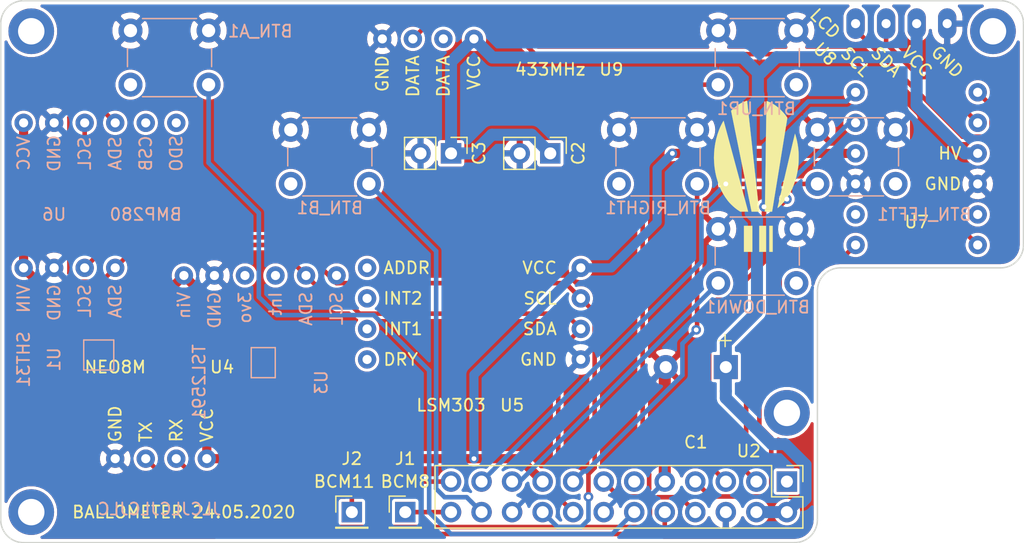
<source format=kicad_pcb>
(kicad_pcb (version 20171130) (host pcbnew "(5.1.5)-3")
  (layers (0 F.Cu signal) (31 B.Cu signal) (34 B.Paste user hide) (35 F.Paste user hide) (36 B.SilkS user) (37 F.SilkS user) (38 B.Mask user) (39 F.Mask user) (44 Edge.Cuts user))
  (net 0 "")
  (net 1 BTN_A)
  (net 2 GND)
  (net 3 BTN_B)
  (net 4 BTN_DOWN)
  (net 5 BTN_LEFT)
  (net 6 BTN_RIGHT)
  (net 7 BTN_UP)
  (net 8 5V)
  (net 9 3v3)
  (net 10 SCL_3)
  (net 11 SDA_3)
  (net 12 SDA_1)
  (net 13 SCL_1)
  (net 14 433MHz)
  (net 15 TX)
  (net 16 RX)
  (net 17 "Net-(U3-Pad3)")
  (net 18 "Net-(U3-Pad4)")
  (net 19 "Net-(U5-Pad5)")
  (net 20 "Net-(U5-Pad6)")
  (net 21 "Net-(U5-Pad7)")
  (net 22 "Net-(U5-Pad8)")
  (net 23 "Net-(U6-Pad5)")
  (net 24 "Net-(U6-Pad6)")
  (net 25 433MHz_5V)
  (net 26 SDA_1_5V)
  (net 27 SCL_1_5V)
  (net 28 "Net-(U9-Pad3)")
  (net 29 "Net-(J1-Pad1)")
  (net 30 "Net-(J2-Pad1)")
  (net 31 "Net-(U2-Pad1)")
  (net 32 "Net-(U2-Pad11)")
  (net 33 "Net-(U7-Pad8)")
  (net 34 "Net-(U7-Pad5)")
  (module ballometer-parts:Level_Shifter (layer F.Cu) (at 176.53 121.92)
    (fp_text reference U7 (at 5.08 10.795) (layer F.SilkS))
    (fp_text value Level_Shifter)
    (fp_text user GND (at 8.89 7.62) (layer F.SilkS) (effects (justify right)))
    (fp_text user HV (at 8.89 5.08) (layer F.SilkS) (effects (justify right)))
    (pad 12 thru_hole circle (at 10.16 0) (size 1.524 1.524) (drill 0.762) (layers *.Cu *.Mask) (net 27 SCL_1_5V))
    (pad 11 thru_hole circle (at 10.16 2.54) (size 1.524 1.524) (drill 0.762) (layers *.Cu *.Mask) (net 26 SDA_1_5V))
    (pad 10 thru_hole circle (at 10.16 5.08) (size 1.524 1.524) (drill 0.762) (layers *.Cu *.Mask) (net 8 5V))
    (pad 9 thru_hole circle (at 10.16 7.62) (size 1.524 1.524) (drill 0.762) (layers *.Cu *.Mask) (net 2 GND))
    (pad 8 thru_hole circle (at 10.16 10.16) (size 1.524 1.524) (drill 0.762) (layers *.Cu *.Mask) (net 33 "Net-(U7-Pad8)"))
    (pad 7 thru_hole circle (at 10.16 12.7) (size 1.524 1.524) (drill 0.762) (layers *.Cu *.Mask) (net 25 433MHz_5V))
    (pad 6 thru_hole circle (at 0 12.7) (size 1.524 1.524) (drill 0.762) (layers *.Cu *.Mask) (net 14 433MHz))
    (pad 5 thru_hole circle (at 0 10.16) (size 1.524 1.524) (drill 0.762) (layers *.Cu *.Mask) (net 34 "Net-(U7-Pad5)"))
    (pad 4 thru_hole circle (at 0 7.62) (size 1.524 1.524) (drill 0.762) (layers *.Cu *.Mask) (net 2 GND))
    (pad 3 thru_hole circle (at 0 5.08) (size 1.524 1.524) (drill 0.762) (layers *.Cu *.Mask) (net 9 3v3))
    (pad 2 thru_hole circle (at 0 2.54) (size 1.524 1.524) (drill 0.762) (layers *.Cu *.Mask) (net 12 SDA_1))
    (pad 1 thru_hole circle (at 0 0) (size 1.524 1.524) (drill 0.762) (layers *.Cu *.Mask) (net 13 SCL_1))
  )
  (module ballometer-parts:TLS2591 (layer B.Cu) (at 120.65 137.16 270)
    (fp_text reference U3 (at 8.89 -11.43 90) (layer B.SilkS) (effects (justify mirror)))
    (fp_text value TSL2591)
    (fp_text user TSL2591 (at 8.89 -1.27 90) (layer B.SilkS) (effects (justify mirror)))
    (fp_text user SCL (at 1.27 -12.7 90) (layer B.SilkS) (effects (justify left mirror)))
    (fp_text user SDA (at 1.27 -10.16 90) (layer B.SilkS) (effects (justify left mirror)))
    (fp_text user Int (at 1.27 -7.62 90) (layer B.SilkS) (effects (justify left mirror)))
    (fp_text user 3vo (at 1.27 -5.08 90) (layer B.SilkS) (effects (justify left mirror)))
    (fp_text user GND (at 1.27 -2.54 90) (layer B.SilkS) (effects (justify left mirror)))
    (fp_text user Vin (at 1.27 0 90) (layer B.SilkS) (effects (justify left mirror)))
    (pad 6 thru_hole circle (at 0 -12.7 270) (size 1.524 1.524) (drill 0.762) (layers *.Cu *.Mask) (net 10 SCL_3))
    (pad 5 thru_hole circle (at 0 -10.16 270) (size 1.524 1.524) (drill 0.762) (layers *.Cu *.Mask) (net 11 SDA_3))
    (pad 4 thru_hole circle (at 0 -7.62 270) (size 1.524 1.524) (drill 0.762) (layers *.Cu *.Mask) (net 18 "Net-(U3-Pad4)"))
    (pad 3 thru_hole circle (at 0 -5.08 270) (size 1.524 1.524) (drill 0.762) (layers *.Cu *.Mask) (net 17 "Net-(U3-Pad3)"))
    (pad 2 thru_hole circle (at 0 -2.54 270) (size 1.524 1.524) (drill 0.762) (layers *.Cu *.Mask) (net 2 GND))
    (pad 1 thru_hole circle (at 0 0 270) (size 1.524 1.524) (drill 0.762) (layers *.Cu *.Mask) (net 9 3v3))
  )
  (module Capacitor_THT:CP_Radial_D10.0mm_P5.00mm (layer F.Cu) (at 165.735 144.78 180)
    (fp_text reference C1 (at 2.5 -6.25 180) (layer F.SilkS))
    (fp_text value CP)
    (pad 1 thru_hole rect (at 0 0 180) (size 2 2) (drill 1) (layers *.Cu *.Mask) (net 8 5V))
    (pad 2 thru_hole circle (at 5 0 180) (size 2 2) (drill 1) (layers *.Cu *.Mask) (net 2 GND))
  )
  (module ballometer-parts:logo-12-mm (layer F.Cu) (at 168.275 128.905)
    (fp_text reference G*** hide)
    (fp_text value LOGO hide)
  )
  (module Connector_PinHeader_2.54mm:PinHeader_2x12_P2.54mm_Vertical (layer F.Cu) (at 170.815 154.305 270)
    (fp_text reference U2 (at -2.54 3.175 180) (layer F.SilkS))
    (fp_text value RPi)
    (pad 24 thru_hole oval (at 2.54 27.94 270) (size 1.7 1.7) (drill 1) (layers *.Cu *.Mask) (net 29 "Net-(J1-Pad1)"))
    (pad 23 thru_hole oval (at 0 27.94 270) (size 1.7 1.7) (drill 1) (layers *.Cu *.Mask) (net 30 "Net-(J2-Pad1)"))
    (pad 22 thru_hole oval (at 2.54 25.4 270) (size 1.7 1.7) (drill 1) (layers *.Cu *.Mask) (net 3 BTN_B))
    (pad 21 thru_hole oval (at 0 25.4 270) (size 1.7 1.7) (drill 1) (layers *.Cu *.Mask) (net 5 BTN_LEFT))
    (pad 20 thru_hole oval (at 2.54 22.86 270) (size 1.7 1.7) (drill 1) (layers *.Cu *.Mask) (net 2 GND))
    (pad 19 thru_hole oval (at 0 22.86 270) (size 1.7 1.7) (drill 1) (layers *.Cu *.Mask) (net 4 BTN_DOWN))
    (pad 18 thru_hole oval (at 2.54 20.32 270) (size 1.7 1.7) (drill 1) (layers *.Cu *.Mask) (net 10 SCL_3))
    (pad 17 thru_hole oval (at 0 20.32 270) (size 1.7 1.7) (drill 1) (layers *.Cu *.Mask) (net 9 3v3))
    (pad 16 thru_hole oval (at 2.54 17.78 270) (size 1.7 1.7) (drill 1) (layers *.Cu *.Mask) (net 11 SDA_3))
    (pad 15 thru_hole oval (at 0 17.78 270) (size 1.7 1.7) (drill 1) (layers *.Cu *.Mask) (net 6 BTN_RIGHT))
    (pad 14 thru_hole oval (at 2.54 15.24 270) (size 1.7 1.7) (drill 1) (layers *.Cu *.Mask) (net 2 GND))
    (pad 13 thru_hole oval (at 0 15.24 270) (size 1.7 1.7) (drill 1) (layers *.Cu *.Mask) (net 7 BTN_UP))
    (pad 12 thru_hole oval (at 2.54 12.7 270) (size 1.7 1.7) (drill 1) (layers *.Cu *.Mask) (net 1 BTN_A))
    (pad 11 thru_hole oval (at 0 12.7 270) (size 1.7 1.7) (drill 1) (layers *.Cu *.Mask) (net 32 "Net-(U2-Pad11)"))
    (pad 10 thru_hole oval (at 2.54 10.16 270) (size 1.7 1.7) (drill 1) (layers *.Cu *.Mask) (net 15 TX))
    (pad 9 thru_hole oval (at 0 10.16 270) (size 1.7 1.7) (drill 1) (layers *.Cu *.Mask) (net 2 GND))
    (pad 8 thru_hole oval (at 2.54 7.62 270) (size 1.7 1.7) (drill 1) (layers *.Cu *.Mask) (net 16 RX))
    (pad 7 thru_hole oval (at 0 7.62 270) (size 1.7 1.7) (drill 1) (layers *.Cu *.Mask) (net 14 433MHz))
    (pad 6 thru_hole oval (at 2.54 5.08 270) (size 1.7 1.7) (drill 1) (layers *.Cu *.Mask) (net 2 GND))
    (pad 5 thru_hole oval (at 0 5.08 270) (size 1.7 1.7) (drill 1) (layers *.Cu *.Mask) (net 13 SCL_1))
    (pad 4 thru_hole oval (at 2.54 2.54 270) (size 1.7 1.7) (drill 1) (layers *.Cu *.Mask) (net 8 5V))
    (pad 3 thru_hole oval (at 0 2.54 270) (size 1.7 1.7) (drill 1) (layers *.Cu *.Mask) (net 12 SDA_1))
    (pad 2 thru_hole oval (at 2.54 0 270) (size 1.7 1.7) (drill 1) (layers *.Cu *.Mask) (net 8 5V))
    (pad 1 thru_hole rect (at 0 0 270) (size 1.7 1.7) (drill 1) (layers *.Cu *.Mask) (net 31 "Net-(U2-Pad1)"))
  )
  (module Button_Switch_THT:SW_PUSH_6mm_H4.3mm (layer B.Cu) (at 165.1 137.795)
    (fp_text reference BTN_DOWN1 (at 3.25 2) (layer B.SilkS) (effects (justify mirror)))
    (fp_text value SW_SPST)
    (pad 1 thru_hole circle (at 6.5 0 270) (size 2 2) (drill 1.1) (layers *.Cu *.Mask) (net 4 BTN_DOWN))
    (pad 2 thru_hole circle (at 6.5 -4.5 270) (size 2 2) (drill 1.1) (layers *.Cu *.Mask) (net 2 GND))
    (pad 1 thru_hole circle (at 0 0 270) (size 2 2) (drill 1.1) (layers *.Cu *.Mask) (net 4 BTN_DOWN))
    (pad 2 thru_hole circle (at 0 -4.5 270) (size 2 2) (drill 1.1) (layers *.Cu *.Mask) (net 2 GND))
  )
  (module ballometer-parts:LSM303 (layer F.Cu) (at 153.67 144.145 180)
    (fp_text reference U5 (at 5.715 -3.81) (layer F.SilkS))
    (fp_text value LSM303)
    (fp_text user LSM303 (at 10.795 -3.81) (layer F.SilkS))
    (fp_text user ADDR (at 16.51 7.62) (layer F.SilkS) (effects (justify left)))
    (fp_text user INT2 (at 16.51 5.08) (layer F.SilkS) (effects (justify left)))
    (fp_text user INT1 (at 16.51 2.54) (layer F.SilkS) (effects (justify left)))
    (fp_text user DRY (at 16.51 0) (layer F.SilkS) (effects (justify left)))
    (fp_text user VCC (at 1.905 7.62) (layer F.SilkS) (effects (justify right)))
    (fp_text user SCL (at 1.905 5.08) (layer F.SilkS) (effects (justify right)))
    (fp_text user SDA (at 1.905 2.54) (layer F.SilkS) (effects (justify right)))
    (fp_text user GND (at 1.905 0) (layer F.SilkS) (effects (justify right)))
    (pad 8 thru_hole circle (at 17.78 0 180) (size 1.524 1.524) (drill 0.762) (layers *.Cu *.Mask) (net 22 "Net-(U5-Pad8)"))
    (pad 7 thru_hole circle (at 17.78 2.54 180) (size 1.524 1.524) (drill 0.762) (layers *.Cu *.Mask) (net 21 "Net-(U5-Pad7)"))
    (pad 6 thru_hole circle (at 17.78 5.08 180) (size 1.524 1.524) (drill 0.762) (layers *.Cu *.Mask) (net 20 "Net-(U5-Pad6)"))
    (pad 5 thru_hole circle (at 17.78 7.62 180) (size 1.524 1.524) (drill 0.762) (layers *.Cu *.Mask) (net 19 "Net-(U5-Pad5)"))
    (pad 4 thru_hole circle (at 0 7.62 180) (size 1.524 1.524) (drill 0.762) (layers *.Cu *.Mask) (net 9 3v3))
    (pad 3 thru_hole circle (at 0 5.08 180) (size 1.524 1.524) (drill 0.762) (layers *.Cu *.Mask) (net 10 SCL_3))
    (pad 2 thru_hole circle (at 0 2.54 180) (size 1.524 1.524) (drill 0.762) (layers *.Cu *.Mask) (net 11 SDA_3))
    (pad 1 thru_hole circle (at 0 0 180) (size 1.524 1.524) (drill 0.762) (layers *.Cu *.Mask) (net 2 GND))
  )
  (module Connector_PinHeader_2.54mm:PinHeader_1x01_P2.54mm_Vertical (layer F.Cu) (at 134.62 156.845)
    (fp_text reference J2 (at 0 -4.445 180) (layer F.SilkS))
    (fp_text value Conn_01x01)
    (pad 1 thru_hole rect (at 0 0) (size 1.7 1.7) (drill 1) (layers *.Cu *.Mask) (net 30 "Net-(J2-Pad1)"))
  )
  (module ballometer-parts:NEO8M (layer F.Cu) (at 122.555 152.4 90)
    (fp_text reference U4 (at 7.62 1.27 180) (layer F.SilkS))
    (fp_text value NEO8M)
    (fp_text user NEO8M (at 7.62 -7.62 180) (layer F.SilkS))
    (fp_text user VCC (at 1.27 0 90) (layer F.SilkS) (effects (justify left)))
    (fp_text user RX (at 1.27 -2.54 90) (layer F.SilkS) (effects (justify left)))
    (fp_text user TX (at 1.27 -5.08 90) (layer F.SilkS) (effects (justify left)))
    (fp_text user GND (at 1.27 -7.62 90) (layer F.SilkS) (effects (justify left)))
    (pad 1 thru_hole circle (at 0 0 90) (size 1.524 1.524) (drill 0.762) (layers *.Cu *.Mask) (net 9 3v3))
    (pad 2 thru_hole circle (at 0 -2.54 90) (size 1.524 1.524) (drill 0.762) (layers *.Cu *.Mask) (net 16 RX))
    (pad 3 thru_hole circle (at 0 -5.08 90) (size 1.524 1.524) (drill 0.762) (layers *.Cu *.Mask) (net 15 TX))
    (pad 4 thru_hole circle (at 0 -7.62 90) (size 1.524 1.524) (drill 0.762) (layers *.Cu *.Mask) (net 2 GND))
  )
  (module ballometer-parts:SHT31 (layer B.Cu) (at 107.315 136.525 270)
    (fp_text reference U1 (at 7.62 -2.54 90) (layer B.SilkS) (effects (justify mirror)))
    (fp_text value SHT31)
    (fp_text user SHT31 (at 7.62 0 90) (layer B.SilkS) (effects (justify mirror)))
    (fp_text user SDA (at 1.27 -7.62 90) (layer B.SilkS) (effects (justify left mirror)))
    (fp_text user SCL (at 1.27 -5.08 90) (layer B.SilkS) (effects (justify left mirror)))
    (fp_text user GND (at 1.27 -2.54 90) (layer B.SilkS) (effects (justify left mirror)))
    (fp_text user VIN (at 1.27 0 90) (layer B.SilkS) (effects (justify left mirror)))
    (pad 4 thru_hole circle (at 0 -7.62 270) (size 1.524 1.524) (drill 0.762) (layers *.Cu *.Mask) (net 11 SDA_3))
    (pad 3 thru_hole circle (at 0 -5.08 270) (size 1.524 1.524) (drill 0.762) (layers *.Cu *.Mask) (net 10 SCL_3))
    (pad 2 thru_hole circle (at 0 -2.54 270) (size 1.524 1.524) (drill 0.762) (layers *.Cu *.Mask) (net 2 GND))
    (pad 1 thru_hole circle (at 0 0 270) (size 1.524 1.524) (drill 0.762) (layers *.Cu *.Mask) (net 9 3v3))
  )
  (module ballometer-parts:BMP280 (layer B.Cu) (at 107.315 124.46 270)
    (fp_text reference U6 (at 7.62 -2.54 180) (layer B.SilkS) (effects (justify mirror)))
    (fp_text value BMP280)
    (fp_text user BMP280 (at 7.62 -10.16 180) (layer B.SilkS) (effects (justify mirror)))
    (fp_text user SDO (at 2.54 -12.7 90) (layer B.SilkS) (effects (justify mirror)))
    (fp_text user CSB (at 2.54 -10.16 90) (layer B.SilkS) (effects (justify mirror)))
    (fp_text user SDA (at 2.54 -7.62 90) (layer B.SilkS) (effects (justify mirror)))
    (fp_text user SCL (at 2.54 -5.08 90) (layer B.SilkS) (effects (justify mirror)))
    (fp_text user GND (at 2.54 -2.54 90) (layer B.SilkS) (effects (justify mirror)))
    (fp_text user VCC (at 2.54 0 90) (layer B.SilkS) (effects (justify mirror)))
    (pad 6 thru_hole circle (at 0 -12.7 270) (size 1.524 1.524) (drill 0.762) (layers *.Cu *.Mask) (net 24 "Net-(U6-Pad6)"))
    (pad 5 thru_hole circle (at 0 -10.16 270) (size 1.524 1.524) (drill 0.762) (layers *.Cu *.Mask) (net 23 "Net-(U6-Pad5)"))
    (pad 4 thru_hole circle (at 0 -7.62 270) (size 1.524 1.524) (drill 0.762) (layers *.Cu *.Mask) (net 11 SDA_3))
    (pad 3 thru_hole circle (at 0 -5.08 270) (size 1.524 1.524) (drill 0.762) (layers *.Cu *.Mask) (net 10 SCL_3))
    (pad 2 thru_hole circle (at 0 -2.54 270) (size 1.524 1.524) (drill 0.762) (layers *.Cu *.Mask) (net 2 GND))
    (pad 1 thru_hole circle (at 0 0 270) (size 1.524 1.524) (drill 0.762) (layers *.Cu *.Mask) (net 9 3v3))
  )
  (module ballometer-parts:433MHz (layer F.Cu) (at 137.16 117.475 90)
    (fp_text reference U9 (at -2.54 19.05 180) (layer F.SilkS))
    (fp_text value 433MHz)
    (fp_text user 433MHz (at -2.54 13.97 180) (layer F.SilkS))
    (fp_text user VCC (at -1.27 7.62 90) (layer F.SilkS) (effects (justify right)))
    (fp_text user DATA (at -1.27 5.08 90) (layer F.SilkS) (effects (justify right)))
    (fp_text user DATA (at -1.27 2.54 90) (layer F.SilkS) (effects (justify right)))
    (fp_text user GND (at -1.27 0 90) (layer F.SilkS) (effects (justify right)))
    (pad 4 thru_hole circle (at 0 7.62 90) (size 1.524 1.524) (drill 0.762) (layers *.Cu *.Mask) (net 8 5V))
    (pad 3 thru_hole circle (at 0 5.08 90) (size 1.524 1.524) (drill 0.762) (layers *.Cu *.Mask) (net 28 "Net-(U9-Pad3)"))
    (pad 2 thru_hole circle (at 0 2.54 90) (size 1.524 1.524) (drill 0.762) (layers *.Cu *.Mask) (net 25 433MHz_5V))
    (pad 1 thru_hole circle (at 0 0 90) (size 1.524 1.524) (drill 0.762) (layers *.Cu *.Mask) (net 2 GND))
  )
  (module MountingHole:MountingHole_2.2mm_M2_DIN965_Pad (layer F.Cu) (at 170.815 148.59)
    (fp_text reference REF** hide)
    (fp_text value MountingHole_2.2mm_M2_DIN965_Pad)
    (pad "" thru_hole circle (at 0 0) (size 3.8 3.8) (drill 2.2) (layers *.Cu *.Mask))
  )
  (module MountingHole:MountingHole_2.2mm_M2_DIN965_Pad (layer F.Cu) (at 107.95 156.845)
    (fp_text reference REF** hide)
    (fp_text value MountingHole_2.2mm_M2_DIN965_Pad)
    (pad "" thru_hole circle (at 0 0) (size 3.8 3.8) (drill 2.2) (layers *.Cu *.Mask))
  )
  (module MountingHole:MountingHole_2.2mm_M2_DIN965_Pad (layer F.Cu) (at 187.96 116.84)
    (fp_text reference REF** hide)
    (fp_text value MountingHole_2.2mm_M2_DIN965_Pad)
    (pad "" thru_hole circle (at 0 0) (size 3.8 3.8) (drill 2.2) (layers *.Cu *.Mask))
  )
  (module MountingHole:MountingHole_2.2mm_M2_DIN965_Pad (layer F.Cu) (at 107.95 116.84)
    (fp_text reference REF** hide)
    (fp_text value MountingHole_2.2mm_M2_DIN965_Pad)
    (pad "" thru_hole circle (at 0 0) (size 3.8 3.8) (drill 2.2) (layers *.Cu *.Mask))
  )
  (module Button_Switch_THT:SW_PUSH_6mm_H4.3mm (layer B.Cu) (at 173.355 129.54)
    (fp_text reference BTN_LEFT1 (at 8.89 2.54) (layer B.SilkS) (effects (justify mirror)))
    (fp_text value SW_SPST)
    (pad 2 thru_hole circle (at 0 -4.5 270) (size 2 2) (drill 1.1) (layers *.Cu *.Mask) (net 2 GND))
    (pad 1 thru_hole circle (at 0 0 270) (size 2 2) (drill 1.1) (layers *.Cu *.Mask) (net 5 BTN_LEFT))
    (pad 2 thru_hole circle (at 6.5 -4.5 270) (size 2 2) (drill 1.1) (layers *.Cu *.Mask) (net 2 GND))
    (pad 1 thru_hole circle (at 6.5 0 270) (size 2 2) (drill 1.1) (layers *.Cu *.Mask) (net 5 BTN_LEFT))
  )
  (module Button_Switch_THT:SW_PUSH_6mm_H4.3mm (layer B.Cu) (at 116.205 121.285)
    (fp_text reference BTN_A1 (at 10.795 -4.445) (layer B.SilkS) (effects (justify mirror)))
    (fp_text value SW_SPST)
    (pad 1 thru_hole circle (at 6.5 0 270) (size 2 2) (drill 1.1) (layers *.Cu *.Mask) (net 1 BTN_A))
    (pad 2 thru_hole circle (at 6.5 -4.5 270) (size 2 2) (drill 1.1) (layers *.Cu *.Mask) (net 2 GND))
    (pad 1 thru_hole circle (at 0 0 270) (size 2 2) (drill 1.1) (layers *.Cu *.Mask) (net 1 BTN_A))
    (pad 2 thru_hole circle (at 0 -4.5 270) (size 2 2) (drill 1.1) (layers *.Cu *.Mask) (net 2 GND))
  )
  (module Button_Switch_THT:SW_PUSH_6mm_H4.3mm (layer B.Cu) (at 129.54 129.54)
    (fp_text reference BTN_B1 (at 3.25 2) (layer B.SilkS) (effects (justify mirror)))
    (fp_text value SW_SPST)
    (pad 2 thru_hole circle (at 0 -4.5 270) (size 2 2) (drill 1.1) (layers *.Cu *.Mask) (net 2 GND))
    (pad 1 thru_hole circle (at 0 0 270) (size 2 2) (drill 1.1) (layers *.Cu *.Mask) (net 3 BTN_B))
    (pad 2 thru_hole circle (at 6.5 -4.5 270) (size 2 2) (drill 1.1) (layers *.Cu *.Mask) (net 2 GND))
    (pad 1 thru_hole circle (at 6.5 0 270) (size 2 2) (drill 1.1) (layers *.Cu *.Mask) (net 3 BTN_B))
  )
  (module Button_Switch_THT:SW_PUSH_6mm_H4.3mm (layer B.Cu) (at 156.845 129.54)
    (fp_text reference BTN_RIGHT1 (at 3.25 2) (layer B.SilkS) (effects (justify mirror)))
    (fp_text value SW_SPST)
    (pad 2 thru_hole circle (at 0 -4.5 270) (size 2 2) (drill 1.1) (layers *.Cu *.Mask) (net 2 GND))
    (pad 1 thru_hole circle (at 0 0 270) (size 2 2) (drill 1.1) (layers *.Cu *.Mask) (net 6 BTN_RIGHT))
    (pad 2 thru_hole circle (at 6.5 -4.5 270) (size 2 2) (drill 1.1) (layers *.Cu *.Mask) (net 2 GND))
    (pad 1 thru_hole circle (at 6.5 0 270) (size 2 2) (drill 1.1) (layers *.Cu *.Mask) (net 6 BTN_RIGHT))
  )
  (module Button_Switch_THT:SW_PUSH_6mm_H4.3mm (layer B.Cu) (at 165.1 121.285)
    (fp_text reference BTN_UP1 (at 3.175 2) (layer B.SilkS) (effects (justify mirror)))
    (fp_text value SW_SPST)
    (pad 1 thru_hole circle (at 6.5 0 270) (size 2 2) (drill 1.1) (layers *.Cu *.Mask) (net 7 BTN_UP))
    (pad 2 thru_hole circle (at 6.5 -4.5 270) (size 2 2) (drill 1.1) (layers *.Cu *.Mask) (net 2 GND))
    (pad 1 thru_hole circle (at 0 0 270) (size 2 2) (drill 1.1) (layers *.Cu *.Mask) (net 7 BTN_UP))
    (pad 2 thru_hole circle (at 0 -4.5 270) (size 2 2) (drill 1.1) (layers *.Cu *.Mask) (net 2 GND))
  )
  (module Connector_PinHeader_2.54mm:PinHeader_1x02_P2.54mm_Vertical (layer F.Cu) (at 151.13 127 270)
    (fp_text reference C2 (at 0 -2.33 90) (layer F.SilkS))
    (fp_text value CP)
    (pad 1 thru_hole rect (at 0 0 270) (size 1.7 1.7) (drill 1) (layers *.Cu *.Mask) (net 8 5V))
    (pad 2 thru_hole oval (at 0 2.54 270) (size 1.7 1.7) (drill 1) (layers *.Cu *.Mask) (net 2 GND))
  )
  (module Connector_PinHeader_2.54mm:PinHeader_1x02_P2.54mm_Vertical (layer F.Cu) (at 142.875 127 270)
    (fp_text reference C3 (at 0 -2.33 90) (layer F.SilkS))
    (fp_text value CP)
    (pad 2 thru_hole oval (at 0 2.54 270) (size 1.7 1.7) (drill 1) (layers *.Cu *.Mask) (net 2 GND))
    (pad 1 thru_hole rect (at 0 0 270) (size 1.7 1.7) (drill 1) (layers *.Cu *.Mask) (net 8 5V))
  )
  (module Connector_PinHeader_2.54mm:PinHeader_1x01_P2.54mm_Vertical (layer F.Cu) (at 139.065 156.845)
    (fp_text reference J1 (at 0 -4.445) (layer F.SilkS))
    (fp_text value Conn_01x01)
    (pad 1 thru_hole rect (at 0 0) (size 1.7 1.7) (drill 1) (layers *.Cu *.Mask) (net 29 "Net-(J1-Pad1)"))
  )
  (module ballometer-parts:LCD (layer F.Cu) (at 184.15 116.205 270)
    (fp_text reference U8 (at 2.54 10.16 135) (layer F.SilkS))
    (fp_text value LCD)
    (fp_text user GND (at 3.175 0 135) (layer F.SilkS))
    (fp_text user VCC (at 3.175 2.54 135) (layer F.SilkS))
    (fp_text user SDA (at 3.175 5.08 135) (layer F.SilkS))
    (fp_text user SCL (at 3.175 7.62 135) (layer F.SilkS))
    (fp_text user LCD (at 0 10.16 135) (layer F.SilkS))
    (pad 1 thru_hole oval (at 0 0 270) (size 2.54 1.524) (drill 0.762) (layers *.Cu *.Mask) (net 2 GND))
    (pad 2 thru_hole oval (at 0 2.54 270) (size 2.54 1.524) (drill 0.762) (layers *.Cu *.Mask) (net 8 5V))
    (pad 3 thru_hole oval (at 0 5.08 270) (size 2.54 1.524) (drill 0.762) (layers *.Cu *.Mask) (net 26 SDA_1_5V))
    (pad 4 thru_hole oval (at 0 7.62 270) (size 2.54 1.524) (drill 0.762) (layers *.Cu *.Mask) (net 27 SCL_1_5V))
  )
  (gr_text JLCJLCJLCJLC (at 118.618 156.591) (layer B.SilkS) (effects (font (size 1 1)) (justify mirror)))
  (gr_text BCM11 (at 133.985 154.305) (layer F.SilkS) (effects (font (size 1 1))))
  (gr_text BCM8 (at 139.065 154.305) (layer F.SilkS) (effects (font (size 1 1))))
  (gr_text "BALLOMETER 24.05.2020" (at 120.65 156.845) (layer F.SilkS) (effects (font (size 1 1))))
  (gr_line (start 175.26 136.525) (end 188.595 136.525) (layer Edge.Cuts) (width 0.12))
  (gr_line (start 190.5 134.62) (end 190.5 116.205) (layer Edge.Cuts) (width 0.12))
  (gr_line (start 171.45 159.385) (end 107.315 159.385) (layer Edge.Cuts) (width 0.12))
  (gr_line (start 173.355 138.43) (end 173.355 157.48) (layer Edge.Cuts) (width 0.12))
  (gr_arc (start 171.45 157.48) (end 171.45 159.385) (angle -90) (layer Edge.Cuts) (width 0.12))
  (gr_arc (start 175.26 138.43) (end 175.26 136.525) (angle -90) (layer Edge.Cuts) (width 0.12))
  (gr_arc (start 188.595 134.62) (end 188.595 136.525) (angle -90) (layer Edge.Cuts) (width 0.12))
  (gr_line (start 107.315 114.3) (end 188.595 114.3) (layer Edge.Cuts) (width 0.12))
  (gr_line (start 105.41 157.48) (end 105.41 116.205) (layer Edge.Cuts) (width 0.12))
  (gr_arc (start 107.315 157.48) (end 105.41 157.48) (angle -90) (layer Edge.Cuts) (width 0.12))
  (gr_arc (start 107.315 116.205) (end 107.315 114.3) (angle -90) (layer Edge.Cuts) (width 0.12))
  (gr_arc (start 188.595 116.205) (end 190.5 116.205) (angle -90) (layer Edge.Cuts) (width 0.12))
  (segment (start 122.705 127.7493) (end 122.705 121.285) (width 0.381) (layer B.Cu) (net 1))
  (segment (start 122.705 127.785) (end 122.705 127.7493) (width 0.381) (layer B.Cu) (net 1))
  (segment (start 126.882501 131.962501) (end 122.705 127.785) (width 0.381) (layer B.Cu) (net 1))
  (segment (start 128.387499 140.452499) (end 126.882501 138.947501) (width 0.381) (layer B.Cu) (net 1))
  (segment (start 136.443201 140.452499) (end 128.387499 140.452499) (width 0.381) (layer B.Cu) (net 1))
  (segment (start 156.29349 158.66651) (end 142.860568 158.66651) (width 0.381) (layer B.Cu) (net 1))
  (segment (start 142.860568 158.66651) (end 141.053489 156.859431) (width 0.381) (layer B.Cu) (net 1))
  (segment (start 158.115 156.845) (end 156.29349 158.66651) (width 0.381) (layer B.Cu) (net 1))
  (segment (start 141.053489 156.859431) (end 141.053489 145.062787) (width 0.381) (layer B.Cu) (net 1))
  (segment (start 126.882501 138.947501) (end 126.882501 131.962501) (width 0.381) (layer B.Cu) (net 1))
  (segment (start 141.053489 145.062787) (end 136.443201 140.452499) (width 0.381) (layer B.Cu) (net 1))
  (segment (start 160.735 154.225) (end 160.655 154.305) (width 0.762) (layer F.Cu) (net 2))
  (segment (start 159.805001 155.154999) (end 160.655 154.305) (width 0.381) (layer B.Cu) (net 2))
  (segment (start 159.355501 155.604499) (end 159.805001 155.154999) (width 0.381) (layer B.Cu) (net 2))
  (segment (start 156.815501 155.604499) (end 159.355501 155.604499) (width 0.381) (layer B.Cu) (net 2))
  (segment (start 155.575 156.845) (end 156.815501 155.604499) (width 0.381) (layer B.Cu) (net 2))
  (segment (start 159.735001 145.779999) (end 160.735 144.78) (width 0.381) (layer B.Cu) (net 2))
  (segment (start 151.794499 153.720501) (end 159.735001 145.779999) (width 0.381) (layer B.Cu) (net 2))
  (segment (start 151.794499 154.841443) (end 151.794499 153.720501) (width 0.381) (layer B.Cu) (net 2))
  (segment (start 151.031443 155.604499) (end 151.794499 154.841443) (width 0.381) (layer B.Cu) (net 2))
  (segment (start 149.195501 155.604499) (end 151.031443 155.604499) (width 0.381) (layer B.Cu) (net 2))
  (segment (start 147.955 156.845) (end 149.195501 155.604499) (width 0.381) (layer B.Cu) (net 2))
  (segment (start 160.655 144.86) (end 160.735 144.78) (width 1) (layer F.Cu) (net 2))
  (segment (start 160.655 154.305) (end 160.655 144.86) (width 1) (layer F.Cu) (net 2))
  (segment (start 144.174499 155.604499) (end 144.565001 155.995001) (width 0.381) (layer B.Cu) (net 3))
  (segment (start 144.565001 155.995001) (end 145.415 156.845) (width 0.381) (layer B.Cu) (net 3))
  (segment (start 142.338557 155.604499) (end 144.174499 155.604499) (width 0.381) (layer B.Cu) (net 3))
  (segment (start 141.634499 154.900441) (end 142.338557 155.604499) (width 0.381) (layer B.Cu) (net 3))
  (segment (start 141.634499 135.134499) (end 141.634499 154.900441) (width 0.381) (layer B.Cu) (net 3))
  (segment (start 136.04 129.54) (end 141.634499 135.134499) (width 0.381) (layer B.Cu) (net 3))
  (segment (start 148.59 154.305) (end 147.955 154.305) (width 0.381) (layer B.Cu) (net 4))
  (segment (start 165.1 137.795) (end 148.59 154.305) (width 0.381) (layer B.Cu) (net 4))
  (segment (start 165.735 129.54) (end 165.735 129.54) (width 0.381) (layer F.Cu) (net 5))
  (via (at 165.735 129.54) (size 0.8) (drill 0.4) (layers F.Cu B.Cu) (net 5))
  (segment (start 163.709499 136.010501) (end 146.264999 153.455001) (width 0.381) (layer B.Cu) (net 5))
  (segment (start 163.709499 131.565501) (end 163.709499 136.010501) (width 0.381) (layer B.Cu) (net 5))
  (segment (start 146.264999 153.455001) (end 145.415 154.305) (width 0.381) (layer B.Cu) (net 5))
  (segment (start 165.735 129.54) (end 163.709499 131.565501) (width 0.381) (layer B.Cu) (net 5))
  (segment (start 166.300685 129.54) (end 173.355 129.54) (width 0.381) (layer F.Cu) (net 5))
  (segment (start 165.735 129.54) (end 166.300685 129.54) (width 0.381) (layer F.Cu) (net 5))
  (segment (start 153.884999 153.455001) (end 153.035 154.305) (width 0.381) (layer B.Cu) (net 6))
  (segment (start 154.117941 153.455001) (end 153.884999 153.455001) (width 0.381) (layer B.Cu) (net 6))
  (segment (start 162.125501 145.447441) (end 154.117941 153.455001) (width 0.381) (layer B.Cu) (net 6))
  (segment (start 162.125501 142.827441) (end 162.125501 145.447441) (width 0.381) (layer B.Cu) (net 6))
  (via (at 163.271471 141.681471) (size 0.8) (drill 0.4) (layers F.Cu B.Cu) (net 6))
  (segment (start 162.125501 142.827441) (end 163.271471 141.681471) (width 0.381) (layer B.Cu) (net 6))
  (segment (start 163.345 141.607942) (end 163.271471 141.681471) (width 0.381) (layer F.Cu) (net 6))
  (segment (start 163.345 129.54) (end 163.345 141.607942) (width 0.381) (layer F.Cu) (net 6))
  (segment (start 161.925 121.285) (end 165.1 121.285) (width 0.381) (layer F.Cu) (net 7))
  (segment (start 160.02 123.19) (end 161.925 121.285) (width 0.381) (layer F.Cu) (net 7))
  (segment (start 160.02 125.73) (end 160.02 123.19) (width 0.381) (layer F.Cu) (net 7))
  (segment (start 158.816511 126.933489) (end 160.02 125.73) (width 0.381) (layer F.Cu) (net 7))
  (segment (start 158.816511 153.170569) (end 158.816511 126.933489) (width 0.381) (layer F.Cu) (net 7))
  (segment (start 156.815501 155.545501) (end 158.710441 155.545501) (width 0.381) (layer F.Cu) (net 7))
  (segment (start 155.575 154.305) (end 156.815501 155.545501) (width 0.381) (layer F.Cu) (net 7))
  (segment (start 159.355501 154.900441) (end 159.355501 153.709559) (width 0.381) (layer F.Cu) (net 7))
  (segment (start 158.710441 155.545501) (end 159.355501 154.900441) (width 0.381) (layer F.Cu) (net 7))
  (segment (start 159.355501 153.709559) (end 158.816511 153.170569) (width 0.381) (layer F.Cu) (net 7))
  (segment (start 181.61 116.713) (end 181.61 116.205) (width 0.762) (layer B.Cu) (net 8))
  (segment (start 168.275 156.845) (end 170.815 156.845) (width 1) (layer B.Cu) (net 8))
  (segment (start 165.735 147.358002) (end 165.735 146.78) (width 1) (layer B.Cu) (net 8))
  (segment (start 169.566999 151.190001) (end 165.735 147.358002) (width 1) (layer B.Cu) (net 8))
  (segment (start 165.735 146.78) (end 165.735 144.78) (width 1) (layer B.Cu) (net 8))
  (segment (start 172.365001 152.894999) (end 170.660003 151.190001) (width 1) (layer B.Cu) (net 8))
  (segment (start 172.365001 155.715001) (end 172.365001 152.894999) (width 1) (layer B.Cu) (net 8))
  (segment (start 172.085001 155.995001) (end 172.365001 155.715001) (width 1) (layer B.Cu) (net 8))
  (segment (start 170.660003 151.190001) (end 169.566999 151.190001) (width 1) (layer B.Cu) (net 8))
  (segment (start 171.664999 155.995001) (end 172.085001 155.995001) (width 1) (layer B.Cu) (net 8))
  (segment (start 170.815 156.845) (end 171.664999 155.995001) (width 1) (layer B.Cu) (net 8))
  (segment (start 168.402 120.2944) (end 167.132 119.0244) (width 1) (layer B.Cu) (net 8))
  (segment (start 146.3294 119.0244) (end 144.78 117.475) (width 1) (layer B.Cu) (net 8))
  (segment (start 167.132 119.0244) (end 146.3294 119.0244) (width 1) (layer B.Cu) (net 8))
  (segment (start 142.875 119.38) (end 144.78 117.475) (width 1) (layer B.Cu) (net 8))
  (segment (start 142.875 127) (end 142.875 119.38) (width 1) (layer B.Cu) (net 8))
  (segment (start 144.725 127) (end 142.875 127) (width 1) (layer B.Cu) (net 8))
  (segment (start 149.579999 125.449999) (end 146.275001 125.449999) (width 1) (layer B.Cu) (net 8))
  (segment (start 146.275001 125.449999) (end 144.725 127) (width 1) (layer B.Cu) (net 8))
  (segment (start 151.13 127) (end 149.579999 125.449999) (width 1) (layer B.Cu) (net 8))
  (segment (start 168.402 120.2944) (end 168.656 120.2944) (width 1) (layer B.Cu) (net 8))
  (segment (start 168.656 120.2944) (end 169.9514 118.999) (width 1) (layer B.Cu) (net 8))
  (segment (start 181.086 118.999) (end 181.61 118.475) (width 1) (layer B.Cu) (net 8))
  (segment (start 169.9514 118.999) (end 181.086 118.999) (width 1) (layer B.Cu) (net 8))
  (segment (start 181.61 118.475) (end 181.61 116.205) (width 1) (layer B.Cu) (net 8))
  (segment (start 181.61 122.99763) (end 181.61 118.475) (width 1) (layer B.Cu) (net 8))
  (segment (start 185.61237 127) (end 181.61 122.99763) (width 1) (layer B.Cu) (net 8))
  (segment (start 186.69 127) (end 185.61237 127) (width 1) (layer B.Cu) (net 8))
  (segment (start 168.402 122.070998) (end 168.402 120.2944) (width 1) (layer B.Cu) (net 8))
  (segment (start 168.4528 122.4534) (end 168.4528 122.121798) (width 1) (layer B.Cu) (net 8))
  (segment (start 168.4528 122.121798) (end 168.402 122.070998) (width 1) (layer B.Cu) (net 8))
  (segment (start 167.809999 123.096201) (end 168.4528 122.4534) (width 1) (layer B.Cu) (net 8))
  (segment (start 167.809999 131.973001) (end 167.809999 123.096201) (width 1) (layer B.Cu) (net 8))
  (segment (start 165.735 142.78) (end 168.3258 140.1892) (width 1) (layer B.Cu) (net 8))
  (segment (start 165.735 144.78) (end 165.735 142.78) (width 1) (layer B.Cu) (net 8))
  (segment (start 168.3258 132.488802) (end 167.809999 131.973001) (width 1) (layer B.Cu) (net 8))
  (segment (start 168.3258 140.1892) (end 168.3258 132.488802) (width 1) (layer B.Cu) (net 8))
  (segment (start 148.59 152.4) (end 144.78 152.4) (width 0.762) (layer F.Cu) (net 9))
  (segment (start 150.495 154.305) (end 148.59 152.4) (width 0.762) (layer F.Cu) (net 9))
  (segment (start 107.315 136.525) (end 107.315 124.46) (width 0.762) (layer F.Cu) (net 9))
  (segment (start 144.78 152.4) (end 122.555 152.4) (width 0.762) (layer F.Cu) (net 9))
  (via (at 144.78 152.4) (size 0.8) (drill 0.4) (layers F.Cu B.Cu) (net 9))
  (segment (start 144.78 145.415) (end 153.67 136.525) (width 0.762) (layer B.Cu) (net 9))
  (segment (start 144.78 152.4) (end 144.78 145.415) (width 0.762) (layer B.Cu) (net 9))
  (segment (start 176.53 127) (end 161.29 127) (width 0.762) (layer F.Cu) (net 9))
  (segment (start 161.29 127) (end 161.29 127) (width 0.762) (layer F.Cu) (net 9))
  (via (at 161.29 127) (size 0.8) (drill 0.4) (layers F.Cu B.Cu) (net 9))
  (segment (start 156.21 136.525) (end 153.67 136.525) (width 0.762) (layer B.Cu) (net 9))
  (segment (start 160.02 132.715) (end 156.21 136.525) (width 0.762) (layer B.Cu) (net 9))
  (segment (start 161.29 127) (end 160.02 128.27) (width 0.762) (layer B.Cu) (net 9))
  (segment (start 160.02 128.27) (end 160.02 132.715) (width 0.762) (layer B.Cu) (net 9))
  (segment (start 122.555 139.065) (end 120.65 137.16) (width 0.762) (layer F.Cu) (net 9))
  (segment (start 122.555 152.4) (end 122.555 139.065) (width 0.762) (layer F.Cu) (net 9))
  (segment (start 107.315 136.525) (end 109.239011 138.449011) (width 0.762) (layer F.Cu) (net 9))
  (segment (start 119.360989 138.449011) (end 120.65 137.16) (width 0.762) (layer F.Cu) (net 9))
  (segment (start 109.239011 138.449011) (end 119.360989 138.449011) (width 0.762) (layer F.Cu) (net 9))
  (segment (start 129.54 133.985) (end 132.08 136.525) (width 0.381) (layer F.Cu) (net 10))
  (segment (start 112.395 136.525) (end 114.935 133.985) (width 0.381) (layer F.Cu) (net 10))
  (segment (start 114.935 133.985) (end 129.54 133.985) (width 0.381) (layer F.Cu) (net 10))
  (segment (start 112.395 131.445) (end 114.935 133.985) (width 0.381) (layer F.Cu) (net 10))
  (segment (start 112.395 124.46) (end 112.395 131.445) (width 0.381) (layer F.Cu) (net 10))
  (segment (start 152.4 137.795) (end 153.67 139.065) (width 0.381) (layer F.Cu) (net 10))
  (segment (start 132.08 136.525) (end 133.35 137.795) (width 0.381) (layer F.Cu) (net 10))
  (segment (start 133.35 137.795) (end 152.4 137.795) (width 0.381) (layer F.Cu) (net 10))
  (segment (start 154.822501 153.152499) (end 154.305 153.67) (width 0.381) (layer F.Cu) (net 10))
  (segment (start 154.822501 140.217501) (end 154.822501 153.152499) (width 0.381) (layer F.Cu) (net 10))
  (segment (start 153.67 139.065) (end 154.822501 140.217501) (width 0.381) (layer F.Cu) (net 10))
  (segment (start 154.305 153.67) (end 154.305 155.575) (width 0.381) (layer F.Cu) (net 10))
  (segment (start 151.735501 158.085501) (end 153.699499 158.085501) (width 0.381) (layer B.Cu) (net 10))
  (segment (start 150.495 156.845) (end 151.735501 158.085501) (width 0.381) (layer B.Cu) (net 10))
  (segment (start 153.699499 158.085501) (end 154.305 157.48) (width 0.381) (layer B.Cu) (net 10))
  (via (at 154.305 155.575) (size 0.8) (drill 0.4) (layers F.Cu B.Cu) (net 10))
  (segment (start 154.305 157.48) (end 154.305 155.575) (width 0.381) (layer B.Cu) (net 10))
  (segment (start 114.173001 137.286999) (end 114.935 136.525) (width 0.381) (layer F.Cu) (net 11))
  (segment (start 113.782499 137.677501) (end 114.173001 137.286999) (width 0.381) (layer F.Cu) (net 11))
  (segment (start 111.841799 137.677501) (end 113.782499 137.677501) (width 0.381) (layer F.Cu) (net 11))
  (segment (start 114.935 124.46) (end 113.665 123.19) (width 0.381) (layer F.Cu) (net 11))
  (segment (start 113.665 123.19) (end 111.959298 123.19) (width 0.381) (layer F.Cu) (net 11))
  (segment (start 111.125 124.024298) (end 111.125 136.960702) (width 0.381) (layer F.Cu) (net 11))
  (segment (start 111.959298 123.19) (end 111.125 124.024298) (width 0.381) (layer F.Cu) (net 11))
  (segment (start 111.125 136.960702) (end 111.841799 137.677501) (width 0.381) (layer F.Cu) (net 11))
  (segment (start 152.4 140.335) (end 153.67 141.605) (width 0.381) (layer F.Cu) (net 11))
  (segment (start 152.185001 155.995001) (end 153.035 156.845) (width 0.381) (layer F.Cu) (net 11))
  (segment (start 151.794499 143.480501) (end 151.794499 155.604499) (width 0.381) (layer F.Cu) (net 11))
  (segment (start 151.794499 155.604499) (end 152.185001 155.995001) (width 0.381) (layer F.Cu) (net 11))
  (segment (start 153.67 141.605) (end 151.794499 143.480501) (width 0.381) (layer F.Cu) (net 11))
  (segment (start 128.27 134.62) (end 130.81 137.16) (width 0.381) (layer F.Cu) (net 11))
  (segment (start 114.935 136.525) (end 116.84 134.62) (width 0.381) (layer F.Cu) (net 11))
  (segment (start 116.84 134.62) (end 128.27 134.62) (width 0.381) (layer F.Cu) (net 11))
  (segment (start 133.35 139.7) (end 130.81 137.16) (width 0.381) (layer F.Cu) (net 11))
  (segment (start 135.255 140.335) (end 152.4 140.335) (width 0.381) (layer F.Cu) (net 11))
  (segment (start 134.62 139.7) (end 135.255 140.335) (width 0.381) (layer F.Cu) (net 11))
  (segment (start 133.35 139.7) (end 134.62 139.7) (width 0.381) (layer F.Cu) (net 11))
  (segment (start 168.275 154.305) (end 167.943489 153.973489) (width 0.381) (layer F.Cu) (net 12))
  (segment (start 175.992942 124.46) (end 170.815 129.637942) (width 0.381) (layer B.Cu) (net 12))
  (segment (start 176.53 124.46) (end 175.992942 124.46) (width 0.381) (layer B.Cu) (net 12))
  (segment (start 170.815 129.637942) (end 170.815 130.81) (width 0.381) (layer B.Cu) (net 12))
  (segment (start 170.815 130.81) (end 170.815 130.81) (width 0.381) (layer B.Cu) (net 12))
  (via (at 170.815 130.81) (size 0.8) (drill 0.4) (layers F.Cu B.Cu) (net 12))
  (segment (start 167.425001 153.455001) (end 168.275 154.305) (width 0.381) (layer F.Cu) (net 12))
  (segment (start 167.425001 146.264999) (end 167.425001 153.455001) (width 0.381) (layer F.Cu) (net 12))
  (segment (start 169.628489 144.061511) (end 167.425001 146.264999) (width 0.381) (layer F.Cu) (net 12))
  (segment (start 169.628489 131.996511) (end 169.628489 144.061511) (width 0.381) (layer F.Cu) (net 12))
  (segment (start 170.815 130.81) (end 169.628489 131.996511) (width 0.381) (layer F.Cu) (net 12))
  (segment (start 175.768001 122.681999) (end 172.593001 122.681999) (width 0.381) (layer B.Cu) (net 13))
  (segment (start 176.53 121.92) (end 175.768001 122.681999) (width 0.381) (layer B.Cu) (net 13))
  (segment (start 172.593001 122.681999) (end 168.91 126.365) (width 0.381) (layer B.Cu) (net 13))
  (segment (start 168.91 126.365) (end 168.91 131.445) (width 0.381) (layer B.Cu) (net 13))
  (segment (start 168.91 131.445) (end 168.91 131.445) (width 0.381) (layer B.Cu) (net 13))
  (via (at 168.91 131.445) (size 0.8) (drill 0.4) (layers F.Cu B.Cu) (net 13))
  (segment (start 168.91 132.010685) (end 168.91 131.445) (width 0.381) (layer F.Cu) (net 13))
  (segment (start 168.91 136.042942) (end 168.91 132.010685) (width 0.381) (layer F.Cu) (net 13))
  (segment (start 165.767441 139.185501) (end 168.91 136.042942) (width 0.381) (layer F.Cu) (net 13))
  (segment (start 164.979499 139.185501) (end 165.767441 139.185501) (width 0.381) (layer F.Cu) (net 13))
  (segment (start 164.344499 139.820501) (end 164.979499 139.185501) (width 0.381) (layer F.Cu) (net 13))
  (segment (start 164.344499 152.914499) (end 164.344499 139.820501) (width 0.381) (layer F.Cu) (net 13))
  (segment (start 165.735 154.305) (end 164.344499 152.914499) (width 0.381) (layer F.Cu) (net 13))
  (segment (start 171.955059 135.381999) (end 175.768001 135.381999) (width 0.381) (layer F.Cu) (net 14))
  (segment (start 170.209499 144.302173) (end 170.209499 137.127559) (width 0.381) (layer F.Cu) (net 14))
  (segment (start 168.524499 149.689441) (end 168.524499 145.987173) (width 0.381) (layer F.Cu) (net 14))
  (segment (start 169.515501 150.680443) (end 168.524499 149.689441) (width 0.381) (layer F.Cu) (net 14))
  (segment (start 169.515501 154.900441) (end 169.515501 150.680443) (width 0.381) (layer F.Cu) (net 14))
  (segment (start 168.870441 155.545501) (end 169.515501 154.900441) (width 0.381) (layer F.Cu) (net 14))
  (segment (start 175.768001 135.381999) (end 176.53 134.62) (width 0.381) (layer F.Cu) (net 14))
  (segment (start 164.435501 155.545501) (end 168.870441 155.545501) (width 0.381) (layer F.Cu) (net 14))
  (segment (start 170.209499 137.127559) (end 171.955059 135.381999) (width 0.381) (layer F.Cu) (net 14))
  (segment (start 168.524499 145.987173) (end 170.209499 144.302173) (width 0.381) (layer F.Cu) (net 14))
  (segment (start 163.195 154.305) (end 164.435501 155.545501) (width 0.381) (layer F.Cu) (net 14))
  (segment (start 160.035571 158.66651) (end 160.655 158.047081) (width 0.381) (layer F.Cu) (net 15))
  (segment (start 160.655 158.047081) (end 160.655 156.845) (width 0.381) (layer F.Cu) (net 15))
  (segment (start 123.74151 158.66651) (end 160.035571 158.66651) (width 0.381) (layer F.Cu) (net 15))
  (segment (start 117.475 152.4) (end 123.74151 158.66651) (width 0.381) (layer F.Cu) (net 15))
  (segment (start 162.345001 155.995001) (end 163.195 156.845) (width 0.381) (layer F.Cu) (net 16))
  (segment (start 160.059559 155.604499) (end 161.954499 155.604499) (width 0.381) (layer F.Cu) (net 16))
  (segment (start 159.414499 156.249559) (end 160.059559 155.604499) (width 0.381) (layer F.Cu) (net 16))
  (segment (start 159.414499 157.381443) (end 159.414499 156.249559) (width 0.381) (layer F.Cu) (net 16))
  (segment (start 161.954499 155.604499) (end 162.345001 155.995001) (width 0.381) (layer F.Cu) (net 16))
  (segment (start 158.710441 158.085501) (end 159.414499 157.381443) (width 0.381) (layer F.Cu) (net 16))
  (segment (start 125.700501 158.085501) (end 158.710441 158.085501) (width 0.381) (layer F.Cu) (net 16))
  (segment (start 120.015 152.4) (end 125.700501 158.085501) (width 0.381) (layer F.Cu) (net 16))
  (segment (start 147.437499 116.322499) (end 147.32 116.205) (width 0.381) (layer F.Cu) (net 25))
  (segment (start 140.97 116.205) (end 139.7 117.475) (width 0.381) (layer F.Cu) (net 25))
  (segment (start 147.32 116.205) (end 140.97 116.205) (width 0.381) (layer F.Cu) (net 25))
  (segment (start 181.245501 124.095501) (end 181.245501 129.175501) (width 0.381) (layer F.Cu) (net 25))
  (segment (start 175.895 118.745) (end 181.245501 124.095501) (width 0.381) (layer F.Cu) (net 25))
  (segment (start 147.32 116.205) (end 149.86 118.745) (width 0.381) (layer F.Cu) (net 25))
  (segment (start 181.245501 129.175501) (end 186.69 134.62) (width 0.381) (layer F.Cu) (net 25))
  (segment (start 149.86 118.745) (end 175.895 118.745) (width 0.381) (layer F.Cu) (net 25))
  (segment (start 179.07 117.856) (end 179.07 116.205) (width 0.381) (layer F.Cu) (net 26))
  (segment (start 181.864 120.65) (end 179.07 117.856) (width 0.381) (layer F.Cu) (net 26))
  (segment (start 182.88 120.65) (end 181.864 120.65) (width 0.381) (layer F.Cu) (net 26))
  (segment (start 186.69 124.46) (end 182.88 120.65) (width 0.381) (layer F.Cu) (net 26))
  (segment (start 187.451999 122.681999) (end 186.69 121.92) (width 0.381) (layer F.Cu) (net 27))
  (segment (start 187.842501 123.072501) (end 187.451999 122.681999) (width 0.381) (layer F.Cu) (net 27))
  (segment (start 187.842501 125.013201) (end 187.842501 123.072501) (width 0.381) (layer F.Cu) (net 27))
  (segment (start 185.429501 125.612501) (end 187.243201 125.612501) (width 0.381) (layer F.Cu) (net 27))
  (segment (start 187.243201 125.612501) (end 187.842501 125.013201) (width 0.381) (layer F.Cu) (net 27))
  (segment (start 176.53 116.713) (end 185.429501 125.612501) (width 0.381) (layer F.Cu) (net 27))
  (segment (start 176.53 116.205) (end 176.53 116.713) (width 0.381) (layer F.Cu) (net 27))
  (segment (start 142.875 156.845) (end 139.065 156.845) (width 0.381) (layer F.Cu) (net 29))
  (segment (start 134.62 155.614) (end 134.62 156.845) (width 0.381) (layer F.Cu) (net 30))
  (segment (start 135.929 154.305) (end 134.62 155.614) (width 0.381) (layer F.Cu) (net 30))
  (segment (start 142.875 154.305) (end 135.929 154.305) (width 0.381) (layer F.Cu) (net 30))
  (zone (net 2) (net_name GND) (layer F.Cu) (connect_pads (clearance 0.254)) (min_thickness 0.254) (fill yes (arc_segments 32) (thermal_gap 0.508) (thermal_bridge_width 0.508))
    (polygon (pts (xy 190.5 159.385) (xy 105.41 159.385) (xy 105.41 114.3) (xy 190.5 114.3)))
  )
  (zone (net 2) (net_name GND) (layer B.Cu) (connect_pads (clearance 0.254)) (min_thickness 0.254) (fill yes (arc_segments 32) (thermal_gap 0.508) (thermal_bridge_width 0.508))
    (polygon (pts (xy 190.5 159.385) (xy 105.41 159.385) (xy 105.41 114.3) (xy 190.5 114.3)))
  )
)
</source>
